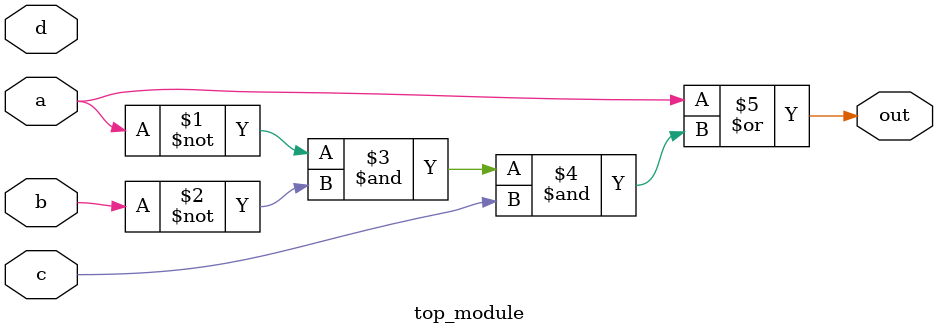
<source format=v>
module top_module(	// file.cleaned.mlir:2:3
  input  a,	// file.cleaned.mlir:2:28
         b,	// file.cleaned.mlir:2:40
         c,	// file.cleaned.mlir:2:52
         d,	// file.cleaned.mlir:2:64
  output out	// file.cleaned.mlir:2:77
);

  assign out = a | ~a & ~b & c;	// file.cleaned.mlir:4:10, :5:10, :6:10, :7:10, :8:5
endmodule


</source>
